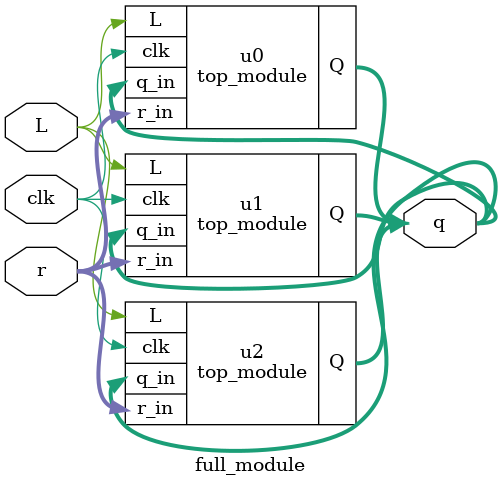
<source format=sv>
module top_module(
    input clk,
    input L,
    input [2:0] q_in,
    input [2:0] r_in,
    output reg [2:0] Q
);

    always @(posedge clk) begin
        if (L) begin
            Q <= r_in;
        end else begin
            Q <= {Q[1] ^ Q[2], Q[0], Q[2]};
        end
    end

endmodule
module full_module(
    input [2:0] r,
    input L,
    input clk,
    output reg [2:0] q
);

    top_module u0 (.clk(clk), .L(L), .q_in(q), .r_in(r), .Q(q));
    top_module u1 (.clk(clk), .L(L), .q_in(q), .r_in(r), .Q(q));
    top_module u2 (.clk(clk), .L(L), .q_in(q), .r_in(r), .Q(q));

endmodule

</source>
